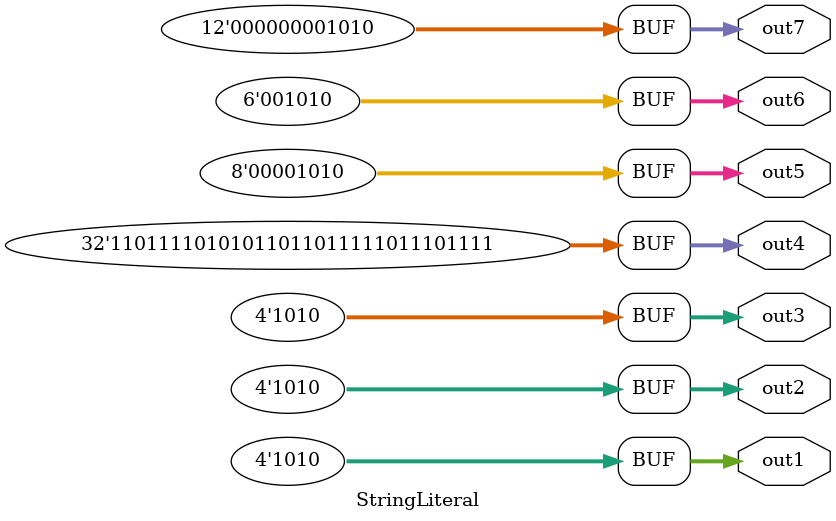
<source format=v>
module StringLiteral (
  output [3:0]  out1,
  output [3:0]  out2,
  output [3:0]  out3,
  output [31:0] out4,
  output [7:0]  out5,
  output [5:0]  out6,
  output [11:0] out7
);
  assign out1 = 4'ha;
  assign out2 = 4'ha;
  assign out3 = 4'ha;
  assign out4 = 32'hdeadbeef;
  assign out5 = 8'ha;
  assign out6 = 6'ha;
  assign out7 = 12'ha;
endmodule

</source>
